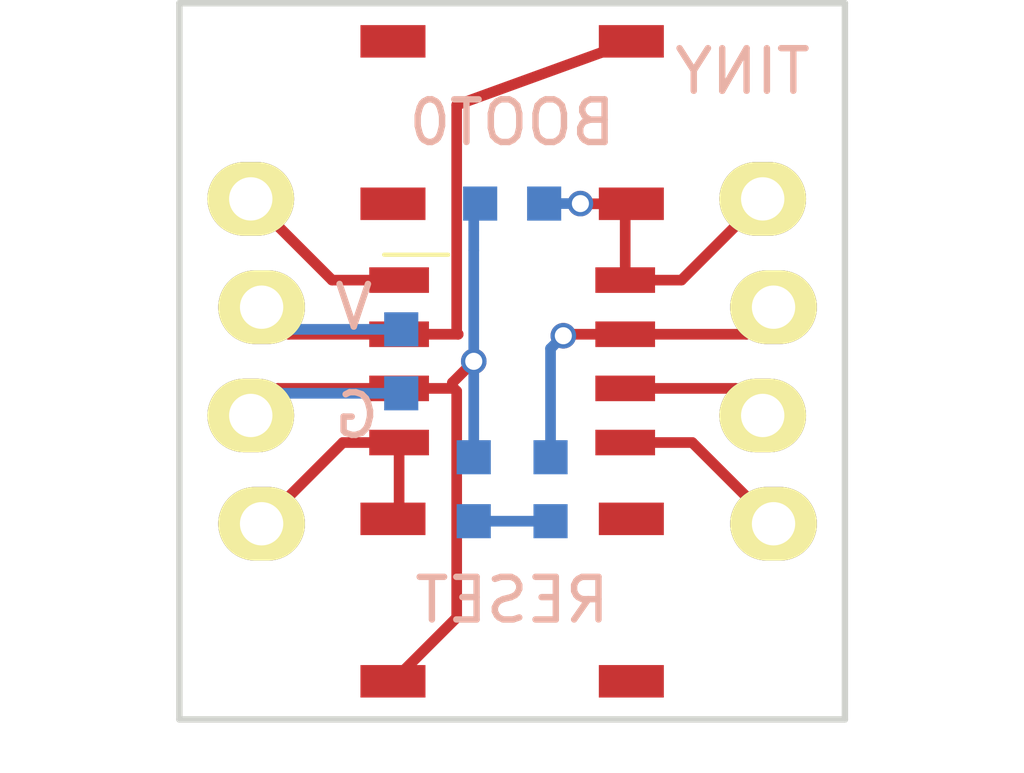
<source format=kicad_pcb>
(kicad_pcb (version 4) (host pcbnew 4.0.2+dfsg1-stable)

  (general
    (links 19)
    (no_connects 0)
    (area 127.794999 93.524999 152.205001 112.385)
    (thickness 1.6)
    (drawings 7)
    (tracks 50)
    (zones 0)
    (modules 9)
    (nets 10)
  )

  (page A4)
  (layers
    (0 F.Cu signal)
    (31 B.Cu signal)
    (32 B.Adhes user)
    (33 F.Adhes user)
    (34 B.Paste user)
    (35 F.Paste user)
    (36 B.SilkS user)
    (37 F.SilkS user)
    (38 B.Mask user)
    (39 F.Mask user)
    (40 Dwgs.User user)
    (41 Cmts.User user)
    (42 Eco1.User user)
    (43 Eco2.User user)
    (44 Edge.Cuts user)
    (45 Margin user)
    (46 B.CrtYd user)
    (47 F.CrtYd user)
    (48 B.Fab user)
    (49 F.Fab user)
  )

  (setup
    (last_trace_width 0.25)
    (trace_clearance 0.2)
    (zone_clearance 0.508)
    (zone_45_only no)
    (trace_min 0.2)
    (segment_width 0.2)
    (edge_width 0.15)
    (via_size 0.6)
    (via_drill 0.4)
    (via_min_size 0.4)
    (via_min_drill 0.3)
    (uvia_size 0.3)
    (uvia_drill 0.1)
    (uvias_allowed no)
    (uvia_min_size 0.2)
    (uvia_min_drill 0.1)
    (pcb_text_width 0.3)
    (pcb_text_size 1.5 1.5)
    (mod_edge_width 0.15)
    (mod_text_size 1 1)
    (mod_text_width 0.15)
    (pad_size 0.8 0.8)
    (pad_drill 0)
    (pad_to_mask_clearance 0.2)
    (aux_axis_origin 0 0)
    (visible_elements FFFFFF7F)
    (pcbplotparams
      (layerselection 0x00030_80000001)
      (usegerberextensions false)
      (excludeedgelayer true)
      (linewidth 0.150000)
      (plotframeref false)
      (viasonmask false)
      (mode 1)
      (useauxorigin false)
      (hpglpennumber 1)
      (hpglpenspeed 20)
      (hpglpendiameter 15)
      (hpglpenoverlay 2)
      (psnegative false)
      (psa4output false)
      (plotreference true)
      (plotvalue true)
      (plotinvisibletext false)
      (padsonsilk false)
      (subtractmaskfromsilk false)
      (outputformat 1)
      (mirror false)
      (drillshape 1)
      (scaleselection 1)
      (outputdirectory ""))
  )

  (net 0 "")
  (net 1 gnd)
  (net 2 vcc)
  (net 3 boot0)
  (net 4 reset)
  (net 5 led)
  (net 6 gled)
  (net 7 pin1)
  (net 8 pin6)
  (net 9 pin5)

  (net_class Default "This is the default net class."
    (clearance 0.2)
    (trace_width 0.25)
    (via_dia 0.6)
    (via_drill 0.4)
    (uvia_dia 0.3)
    (uvia_drill 0.1)
    (add_net boot0)
    (add_net gled)
    (add_net gnd)
    (add_net led)
    (add_net pin1)
    (add_net pin5)
    (add_net pin6)
    (add_net reset)
    (add_net vcc)
  )

  (module 00_my_modules:S08N (layer F.Cu) (tedit 5ECB6AE6) (tstamp 5ECB6EA3)
    (at 140 102)
    (descr SO8N)
    (tags SSOP)
    (attr smd)
    (fp_text reference "" (at 0 -4.3) (layer F.SilkS)
      (effects (font (size 1 1) (thickness 0.15)))
    )
    (fp_text value "" (at -1.5 -3) (layer F.Fab)
      (effects (font (size 0.5 0.5) (thickness 0.01)))
    )
    (fp_text user SO8N (at 0 0 90) (layer F.Fab)
      (effects (font (size 0.8 0.8) (thickness 0.1)))
    )
    (fp_line (start -3 -2.5) (end -1.5 -2.5) (layer F.SilkS) (width 0.1))
    (fp_line (start -3 -2.45) (end -3 2.45) (layer F.CrtYd) (width 0.05))
    (fp_line (start 3 -2.45) (end 3 2.45) (layer F.CrtYd) (width 0.05))
    (fp_line (start -3 -2.45) (end 3 -2.45) (layer F.CrtYd) (width 0.05))
    (fp_line (start -3 2.45) (end 3 2.45) (layer F.CrtYd) (width 0.05))
    (fp_line (start 1.95 2.45) (end 1.95 -2.45) (layer F.CrtYd) (width 0.05))
    (fp_line (start -1.95 2.45) (end -1.95 -2.45) (layer F.CrtYd) (width 0.05))
    (pad 1 smd rect (at -2.65 -1.905) (size 1.4 0.6) (layers F.Cu F.Paste F.Mask)
      (net 7 pin1))
    (pad VCC smd rect (at -2.65 -0.635) (size 1.4 0.6) (layers F.Cu F.Paste F.Mask)
      (net 2 vcc))
    (pad GND smd rect (at -2.65 0.635) (size 1.4 0.6) (layers F.Cu F.Paste F.Mask)
      (net 1 gnd))
    (pad NRST smd rect (at -2.65 1.905) (size 1.4 0.6) (layers F.Cu F.Paste F.Mask)
      (net 4 reset))
    (pad BOOT smd rect (at 2.65 -1.905) (size 1.4 0.6) (layers F.Cu F.Paste F.Mask)
      (net 3 boot0))
    (pad PA13 smd rect (at 2.65 -0.635) (size 1.4 0.6) (layers F.Cu F.Paste F.Mask)
      (net 5 led))
    (pad 6 smd rect (at 2.65 0.635) (size 1.4 0.6) (layers F.Cu F.Paste F.Mask)
      (net 8 pin6))
    (pad 5 smd rect (at 2.65 1.905) (size 1.4 0.6) (layers F.Cu F.Paste F.Mask)
      (net 9 pin5))
  )

  (module 00_my_modules:header1x4wiggle (layer F.Cu) (tedit 5ECB6ADA) (tstamp 5ECB7824)
    (at 146 102)
    (descr "Through hole pin header")
    (tags "pin header")
    (fp_text reference "" (at 0 -2.4) (layer F.SilkS)
      (effects (font (size 0.5 0.5) (thickness 0.01)))
    )
    (fp_text value "" (at 0 -3.1) (layer F.Fab)
      (effects (font (size 0.5 0.5) (thickness 0.01)))
    )
    (fp_line (start -1.75 -5.56) (end -1.75 5.56) (layer F.CrtYd) (width 0.05))
    (fp_line (start 1.75 -5.56) (end 1.75 5.56) (layer F.CrtYd) (width 0.05))
    (fp_line (start -1.75 -5.56) (end 1.75 -5.56) (layer F.CrtYd) (width 0.05))
    (fp_line (start -1.75 5.56) (end 1.75 5.56) (layer F.CrtYd) (width 0.05))
    (fp_line (start -6 -3.81) (end 6 -3.81) (layer F.CrtYd) (width 0.01))
    (fp_line (start -6 0) (end 6 0) (layer F.CrtYd) (width 0.01))
    (fp_line (start -6 3.81) (end 6 3.81) (layer F.CrtYd) (width 0.01))
    (pad BOOT thru_hole oval (at -0.127 -3.81) (size 2.032 1.7272) (drill 1.016) (layers *.Cu *.Mask F.SilkS)
      (net 3 boot0))
    (pad LED thru_hole oval (at 0.127 -1.27) (size 2.032 1.7272) (drill 1.016) (layers *.Cu *.Mask F.SilkS)
      (net 5 led))
    (pad 6 thru_hole oval (at -0.127 1.27) (size 2.032 1.7272) (drill 1.016) (layers *.Cu *.Mask F.SilkS)
      (net 8 pin6))
    (pad 5 thru_hole oval (at 0.127 3.81) (size 2.032 1.7272) (drill 1.016) (layers *.Cu *.Mask F.SilkS)
      (net 9 pin5))
  )

  (module 00_my_modules:header1x4wiggle (layer F.Cu) (tedit 5ECB6B0B) (tstamp 5ECB7841)
    (at 134 102)
    (descr "Through hole pin header")
    (tags "pin header")
    (fp_text reference "" (at 0 -2.4) (layer F.SilkS)
      (effects (font (size 0.5 0.5) (thickness 0.01)))
    )
    (fp_text value "" (at 0 -3.1) (layer F.Fab)
      (effects (font (size 0.5 0.5) (thickness 0.01)))
    )
    (fp_line (start -1.75 -5.56) (end -1.75 5.56) (layer F.CrtYd) (width 0.05))
    (fp_line (start 1.75 -5.56) (end 1.75 5.56) (layer F.CrtYd) (width 0.05))
    (fp_line (start -1.75 -5.56) (end 1.75 -5.56) (layer F.CrtYd) (width 0.05))
    (fp_line (start -1.75 5.56) (end 1.75 5.56) (layer F.CrtYd) (width 0.05))
    (fp_line (start -6 -3.81) (end 6 -3.81) (layer F.CrtYd) (width 0.01))
    (fp_line (start -6 0) (end 6 0) (layer F.CrtYd) (width 0.01))
    (fp_line (start -6 3.81) (end 6 3.81) (layer F.CrtYd) (width 0.01))
    (pad 1 thru_hole oval (at -0.127 -3.81) (size 2.032 1.7272) (drill 1.016) (layers *.Cu *.Mask F.SilkS)
      (net 7 pin1))
    (pad VCC thru_hole oval (at 0.127 -1.27) (size 2.032 1.7272) (drill 1.016) (layers *.Cu *.Mask F.SilkS)
      (net 2 vcc))
    (pad GND thru_hole oval (at -0.127 1.27) (size 2.032 1.7272) (drill 1.016) (layers *.Cu *.Mask F.SilkS)
      (net 1 gnd))
    (pad NRST thru_hole oval (at 0.127 3.81) (size 2.032 1.7272) (drill 1.016) (layers *.Cu *.Mask F.SilkS)
      (net 4 reset))
  )

  (module 00_my_modules:BUTTON4_SMD (layer F.Cu) (tedit 5ECB6AF1) (tstamp 5ECB81EF)
    (at 140 96.4)
    (descr button4_smd)
    (tags "SPST button tactile switch")
    (fp_text reference BOOT0 (at 0 0) (layer B.SilkS)
      (effects (font (size 1 1) (thickness 0.15)) (justify mirror))
    )
    (fp_text value "" (at 0 3.81) (layer F.Fab)
      (effects (font (size 1 1) (thickness 0.15)))
    )
    (fp_line (start -1.54 -2.54) (end -2.54 -1.54) (layer F.Fab) (width 0.2032))
    (fp_line (start -2.54 -1.24) (end -2.54 1.27) (layer F.Fab) (width 0.2032))
    (fp_line (start -2.54 1.54) (end -1.54 2.54) (layer F.Fab) (width 0.2032))
    (fp_line (start -1.54 2.54) (end 1.54 2.54) (layer F.Fab) (width 0.2032))
    (fp_line (start 1.54 2.54) (end 2.54 1.54) (layer F.Fab) (width 0.2032))
    (fp_line (start 2.54 1.24) (end 2.54 -1.24) (layer F.Fab) (width 0.2032))
    (fp_line (start 2.54 -1.54) (end 1.54 -2.54) (layer F.Fab) (width 0.2032))
    (fp_line (start 1.54 -2.54) (end -1.54 -2.54) (layer F.Fab) (width 0.2032))
    (fp_line (start 1.905 1.27) (end 1.905 0.445) (layer F.Fab) (width 0.127))
    (fp_line (start 1.905 0.445) (end 2.16 -0.01) (layer F.Fab) (width 0.127))
    (fp_line (start 1.905 -0.23) (end 1.905 -1.115) (layer F.Fab) (width 0.127))
    (fp_circle (center 0 0) (end 0 1.27) (layer F.Fab) (width 0.2032))
    (pad "" smd rect (at -2.794 1.905) (size 1.524 0.762) (layers F.Cu F.Paste F.Mask))
    (pad BOOT smd rect (at 2.794 1.905) (size 1.524 0.762) (layers F.Cu F.Paste F.Mask)
      (net 3 boot0))
    (pad "" smd rect (at -2.794 -1.905) (size 1.524 0.762) (layers F.Cu F.Paste F.Mask))
    (pad VCC smd rect (at 2.794 -1.905) (size 1.524 0.762) (layers F.Cu F.Paste F.Mask)
      (net 2 vcc))
  )

  (module 00_my_modules:BUTTON4_SMD (layer F.Cu) (tedit 5ECB6AFC) (tstamp 5ECB8216)
    (at 140 107.6)
    (descr button4_smd)
    (tags "SPST button tactile switch")
    (fp_text reference RESET (at 0 0) (layer B.SilkS)
      (effects (font (size 1 1) (thickness 0.15)) (justify mirror))
    )
    (fp_text value "" (at 0 3.81) (layer F.Fab)
      (effects (font (size 1 1) (thickness 0.15)))
    )
    (fp_line (start -1.54 -2.54) (end -2.54 -1.54) (layer F.Fab) (width 0.2032))
    (fp_line (start -2.54 -1.24) (end -2.54 1.27) (layer F.Fab) (width 0.2032))
    (fp_line (start -2.54 1.54) (end -1.54 2.54) (layer F.Fab) (width 0.2032))
    (fp_line (start -1.54 2.54) (end 1.54 2.54) (layer F.Fab) (width 0.2032))
    (fp_line (start 1.54 2.54) (end 2.54 1.54) (layer F.Fab) (width 0.2032))
    (fp_line (start 2.54 1.24) (end 2.54 -1.24) (layer F.Fab) (width 0.2032))
    (fp_line (start 2.54 -1.54) (end 1.54 -2.54) (layer F.Fab) (width 0.2032))
    (fp_line (start 1.54 -2.54) (end -1.54 -2.54) (layer F.Fab) (width 0.2032))
    (fp_line (start 1.905 1.27) (end 1.905 0.445) (layer F.Fab) (width 0.127))
    (fp_line (start 1.905 0.445) (end 2.16 -0.01) (layer F.Fab) (width 0.127))
    (fp_line (start 1.905 -0.23) (end 1.905 -1.115) (layer F.Fab) (width 0.127))
    (fp_circle (center 0 0) (end 0 1.27) (layer F.Fab) (width 0.2032))
    (pad GND smd rect (at -2.794 1.905) (size 1.524 0.762) (layers F.Cu F.Paste F.Mask)
      (net 1 gnd))
    (pad "" smd rect (at 2.794 1.905) (size 1.524 0.762) (layers F.Cu F.Paste F.Mask))
    (pad NRST smd rect (at -2.794 -1.905) (size 1.524 0.762) (layers F.Cu F.Paste F.Mask)
      (net 4 reset))
    (pad "" smd rect (at 2.794 -1.905) (size 1.524 0.762) (layers F.Cu F.Paste F.Mask))
  )

  (module 00_my_modules:R_0603 (layer B.Cu) (tedit 5ECB6A58) (tstamp 5ECB8D95)
    (at 140 98.3)
    (descr R0603)
    (tags "resistor 0603")
    (attr smd)
    (fp_text reference R (at 0 0) (layer B.Fab)
      (effects (font (size 0.5 0.5) (thickness 0.1)) (justify mirror))
    )
    (fp_text value "" (at 0 0) (layer B.Fab)
      (effects (font (size 0.5 0.5) (thickness 0.01)) (justify mirror))
    )
    (fp_line (start -1.2 0.45) (end 1.2 0.45) (layer B.CrtYd) (width 0.01))
    (fp_line (start -1.2 -0.45) (end 1.2 -0.45) (layer B.CrtYd) (width 0.01))
    (fp_line (start -1.2 0.45) (end -1.2 -0.45) (layer B.CrtYd) (width 0.01))
    (fp_line (start 1.2 0.45) (end 1.2 -0.45) (layer B.CrtYd) (width 0.01))
    (pad GND smd rect (at -0.75 0) (size 0.8 0.8) (layers B.Cu B.Paste B.Mask)
      (net 1 gnd))
    (pad BOOT smd rect (at 0.75 0) (size 0.8 0.8) (layers B.Cu B.Paste B.Mask)
      (net 3 boot0))
  )

  (module 00_my_modules:R_0603 (layer B.Cu) (tedit 5ECB6B44) (tstamp 5ECB8DC3)
    (at 139.1 105 90)
    (descr R0603)
    (tags "resistor 0603")
    (attr smd)
    (fp_text reference R (at 0 0 90) (layer B.Fab)
      (effects (font (size 0.5 0.5) (thickness 0.1)) (justify mirror))
    )
    (fp_text value "" (at 0 0 90) (layer B.Fab)
      (effects (font (size 0.5 0.5) (thickness 0.01)) (justify mirror))
    )
    (fp_line (start -1.2 0.45) (end 1.2 0.45) (layer B.CrtYd) (width 0.01))
    (fp_line (start -1.2 -0.45) (end 1.2 -0.45) (layer B.CrtYd) (width 0.01))
    (fp_line (start -1.2 0.45) (end -1.2 -0.45) (layer B.CrtYd) (width 0.01))
    (fp_line (start 1.2 0.45) (end 1.2 -0.45) (layer B.CrtYd) (width 0.01))
    (pad GLED smd rect (at -0.75 0 90) (size 0.8 0.8) (layers B.Cu B.Paste B.Mask)
      (net 6 gled))
    (pad GND smd rect (at 0.75 0 90) (size 0.8 0.8) (layers B.Cu B.Paste B.Mask)
      (net 1 gnd))
  )

  (module 00_my_modules:L_0603 (layer B.Cu) (tedit 5ECB6B3F) (tstamp 5ECB972F)
    (at 140.9 105 90)
    (descr L_0603)
    (tags "led 0603")
    (attr smd)
    (fp_text reference L (at 0 0.6 90) (layer B.Fab)
      (effects (font (size 0.1 0.1) (thickness 0.01)) (justify mirror))
    )
    (fp_text value "" (at 0 -0.6 90) (layer B.Fab)
      (effects (font (size 0.1 0.1) (thickness 0.01)) (justify mirror))
    )
    (fp_line (start -1.2 0.45) (end 1.2 0.45) (layer B.CrtYd) (width 0.01))
    (fp_line (start -1.2 -0.45) (end 1.2 -0.45) (layer B.CrtYd) (width 0.01))
    (fp_line (start -1.2 0.45) (end -1.2 -0.45) (layer B.CrtYd) (width 0.01))
    (fp_line (start 1.2 0.45) (end 1.2 -0.45) (layer B.CrtYd) (width 0.01))
    (fp_line (start -0.1 0) (end 0.1 -0.2) (layer B.CrtYd) (width 0.01))
    (fp_line (start -0.1 0) (end 0.1 0.2) (layer B.CrtYd) (width 0.01))
    (fp_line (start -0.1 -0.2) (end -0.1 0.2) (layer B.CrtYd) (width 0.01))
    (fp_line (start 0.1 -0.2) (end 0.1 0.2) (layer B.CrtYd) (width 0.01))
    (pad GLED smd rect (at -0.75 0 90) (size 0.8 0.8) (layers B.Cu B.Paste B.Mask)
      (net 6 gled))
    (pad LED smd rect (at 0.75 0 90) (size 0.8 0.8) (layers B.Cu B.Paste B.Mask)
      (net 5 led))
  )

  (module 00_my_modules:C_0603 (layer B.Cu) (tedit 5ECB6C2C) (tstamp 5ECB75A9)
    (at 137.4 102 270)
    (descr C_0603)
    (tags "capacitor 0603")
    (attr smd)
    (fp_text reference C (at 0 0 270) (layer B.Fab)
      (effects (font (size 0.5 0.5) (thickness 0.1)) (justify mirror))
    )
    (fp_text value "" (at 0 0 270) (layer B.Fab)
      (effects (font (size 0.5 0.5) (thickness 0.01)) (justify mirror))
    )
    (fp_line (start -1.2 0.45) (end 1.2 0.45) (layer B.CrtYd) (width 0.01))
    (fp_line (start -1.2 -0.45) (end 1.2 -0.45) (layer B.CrtYd) (width 0.01))
    (fp_line (start -1.2 0.45) (end -1.2 -0.45) (layer B.CrtYd) (width 0.01))
    (fp_line (start 1.2 0.45) (end 1.2 -0.45) (layer B.CrtYd) (width 0.01))
    (pad 1 smd rect (at -0.75 0 270) (size 0.8 0.8) (layers B.Cu B.Paste B.Mask)
      (net 2 vcc))
    (pad 2 smd rect (at 0.75 0 270) (size 0.8 0.8) (layers B.Cu B.Paste B.Mask)
      (net 1 gnd))
  )

  (gr_text G (at 135.76 103.27) (layer B.SilkS)
    (effects (font (size 1 1) (thickness 0.15)) (justify right mirror))
  )
  (gr_text V (at 135.76 100.73) (layer B.SilkS)
    (effects (font (size 1 1) (thickness 0.15)) (justify right mirror))
  )
  (gr_text TINY (at 145.4 95.2) (layer B.SilkS)
    (effects (font (size 1 1) (thickness 0.15)) (justify mirror))
  )
  (gr_line (start 132.2 110.4) (end 132.2 93.6) (angle 90) (layer Edge.Cuts) (width 0.15))
  (gr_line (start 147.8 110.4) (end 132.2 110.4) (angle 90) (layer Edge.Cuts) (width 0.15))
  (gr_line (start 147.8 93.6) (end 147.8 110.4) (angle 90) (layer Edge.Cuts) (width 0.15))
  (gr_line (start 132.2 93.6) (end 147.8 93.6) (angle 90) (layer Edge.Cuts) (width 0.15))

  (segment (start 137.4 102.75) (end 134.393 102.75) (width 0.25) (layer B.Cu) (net 1) (status C00000))
  (segment (start 134.393 102.75) (end 133.873 103.27) (width 0.25) (layer B.Cu) (net 1) (tstamp 5ECB75CA) (status C00000))
  (segment (start 139.1 102) (end 139.1 104.25) (width 0.25) (layer B.Cu) (net 1))
  (segment (start 139.1 98.45) (end 139.1 99.4) (width 0.25) (layer B.Cu) (net 1))
  (segment (start 138.6 102.5) (end 139.1 102) (width 0.25) (layer F.Cu) (net 1) (tstamp 5ECB8D87))
  (via (at 139.1 102) (size 0.6) (drill 0.4) (layers F.Cu B.Cu) (net 1))
  (segment (start 139.1 102) (end 139.1 99.4) (width 0.25) (layer B.Cu) (net 1) (tstamp 5ECB8D89))
  (segment (start 138.6 102.5) (end 138.6 102.635) (width 0.25) (layer F.Cu) (net 1))
  (segment (start 139.1 98.45) (end 139.25 98.3) (width 0.25) (layer B.Cu) (net 1) (tstamp 5ECB8D9F))
  (segment (start 137.35 102.635) (end 138.6 102.635) (width 0.25) (layer F.Cu) (net 1))
  (segment (start 138.6 102.635) (end 138.635 102.635) (width 0.25) (layer F.Cu) (net 1) (tstamp 5ECB8D85))
  (segment (start 138.635 102.635) (end 138.7 102.7) (width 0.25) (layer F.Cu) (net 1) (tstamp 5ECB8D80))
  (segment (start 138.7 102.7) (end 138.7 108.011) (width 0.25) (layer F.Cu) (net 1) (tstamp 5ECB8D81))
  (segment (start 138.7 108.011) (end 137.206 109.505) (width 0.25) (layer F.Cu) (net 1) (tstamp 5ECB8D82))
  (segment (start 137.35 102.635) (end 134.508 102.635) (width 0.25) (layer F.Cu) (net 1))
  (segment (start 134.508 102.635) (end 133.873 103.27) (width 0.25) (layer F.Cu) (net 1) (tstamp 5ECB785C))
  (segment (start 137.4 101.25) (end 134.647 101.25) (width 0.25) (layer B.Cu) (net 2) (status C00000))
  (segment (start 134.647 101.25) (end 134.127 100.73) (width 0.25) (layer B.Cu) (net 2) (tstamp 5ECB75C8) (status C00000))
  (segment (start 137.35 101.365) (end 138.735 101.365) (width 0.25) (layer F.Cu) (net 2))
  (segment (start 138.7 95.989) (end 142.8 94.5) (width 0.25) (layer F.Cu) (net 2) (tstamp 5ECB8D7D))
  (segment (start 138.7 101.33) (end 138.7 95.989) (width 0.25) (layer F.Cu) (net 2) (tstamp 5ECB8D7C))
  (segment (start 138.735 101.365) (end 138.7 101.33) (width 0.25) (layer F.Cu) (net 2) (tstamp 5ECB8D7B))
  (segment (start 137.35 101.365) (end 134.762 101.365) (width 0.25) (layer F.Cu) (net 2))
  (segment (start 134.762 101.365) (end 134.127 100.73) (width 0.25) (layer F.Cu) (net 2) (tstamp 5ECB785A))
  (segment (start 142.65 100.095) (end 142.65 98.449) (width 0.25) (layer F.Cu) (net 3))
  (segment (start 142.65 98.449) (end 142.794 98.305) (width 0.25) (layer F.Cu) (net 3) (tstamp 5ECB6B59))
  (segment (start 140.75 98.3) (end 141.6 98.3) (width 0.25) (layer B.Cu) (net 3))
  (segment (start 141.605 98.305) (end 142.794 98.305) (width 0.25) (layer F.Cu) (net 3) (tstamp 5ECB8DA4))
  (segment (start 141.6 98.3) (end 141.605 98.305) (width 0.25) (layer F.Cu) (net 3) (tstamp 5ECB8DA3))
  (via (at 141.6 98.3) (size 0.6) (drill 0.4) (layers F.Cu B.Cu) (net 3))
  (segment (start 142.65 100.095) (end 143.968 100.095) (width 0.25) (layer F.Cu) (net 3))
  (segment (start 143.968 100.095) (end 145.873 98.19) (width 0.25) (layer F.Cu) (net 3) (tstamp 5ECB7857))
  (segment (start 137.35 103.905) (end 137.35 105.551) (width 0.25) (layer F.Cu) (net 4))
  (segment (start 137.35 105.551) (end 137.206 105.695) (width 0.25) (layer F.Cu) (net 4) (tstamp 5ECB8306))
  (segment (start 137.35 103.905) (end 136.032 103.905) (width 0.25) (layer F.Cu) (net 4))
  (segment (start 136.032 103.905) (end 134.127 105.81) (width 0.25) (layer F.Cu) (net 4) (tstamp 5ECB785E))
  (segment (start 140.9 104.25) (end 140.9 101.7) (width 0.25) (layer B.Cu) (net 5))
  (segment (start 141.235 101.365) (end 142.65 101.365) (width 0.25) (layer F.Cu) (net 5) (tstamp 5ECB9766))
  (segment (start 141.2 101.4) (end 141.235 101.365) (width 0.25) (layer F.Cu) (net 5) (tstamp 5ECB9765))
  (via (at 141.2 101.4) (size 0.6) (drill 0.4) (layers F.Cu B.Cu) (net 5))
  (segment (start 140.9 101.7) (end 141.2 101.4) (width 0.25) (layer B.Cu) (net 5) (tstamp 5ECB9763))
  (segment (start 142.65 101.365) (end 145.492 101.365) (width 0.25) (layer F.Cu) (net 5))
  (segment (start 145.492 101.365) (end 146.127 100.73) (width 0.25) (layer F.Cu) (net 5) (tstamp 5ECB7850))
  (segment (start 139.1 105.75) (end 140.9 105.75) (width 0.25) (layer B.Cu) (net 6))
  (segment (start 137.35 100.095) (end 135.778 100.095) (width 0.25) (layer F.Cu) (net 7))
  (segment (start 135.778 100.095) (end 133.873 98.19) (width 0.25) (layer F.Cu) (net 7) (tstamp 5ECB7861))
  (segment (start 142.65 102.635) (end 145.238 102.635) (width 0.25) (layer F.Cu) (net 8))
  (segment (start 145.238 102.635) (end 145.873 103.27) (width 0.25) (layer F.Cu) (net 8) (tstamp 5ECB7852))
  (segment (start 142.65 103.905) (end 144.222 103.905) (width 0.25) (layer F.Cu) (net 9))
  (segment (start 144.222 103.905) (end 146.127 105.81) (width 0.25) (layer F.Cu) (net 9) (tstamp 5ECB7854))

)

</source>
